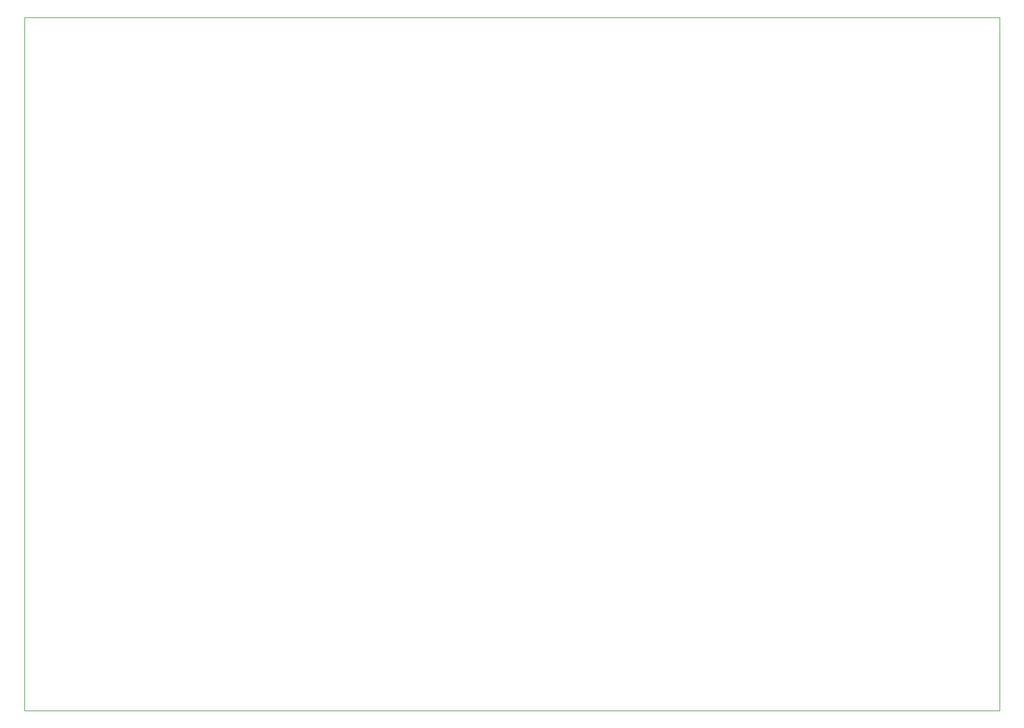
<source format=gm1>
G04 #@! TF.GenerationSoftware,KiCad,Pcbnew,5.1.4*
G04 #@! TF.CreationDate,2019-11-04T19:43:57+01:00*
G04 #@! TF.ProjectId,arduino-farm,61726475-696e-46f2-9d66-61726d2e6b69,rev?*
G04 #@! TF.SameCoordinates,Original*
G04 #@! TF.FileFunction,Profile,NP*
%FSLAX46Y46*%
G04 Gerber Fmt 4.6, Leading zero omitted, Abs format (unit mm)*
G04 Created by KiCad (PCBNEW 5.1.4) date 2019-11-04 19:43:57*
%MOMM*%
%LPD*%
G04 APERTURE LIST*
%ADD10C,0.050000*%
G04 APERTURE END LIST*
D10*
X55000000Y-55000000D02*
X55000000Y-156000000D01*
X55000000Y-55000000D02*
X197000000Y-55000000D01*
X197000000Y-55000000D02*
X197000000Y-156000000D01*
X55000000Y-156000000D02*
X197000000Y-156000000D01*
M02*

</source>
